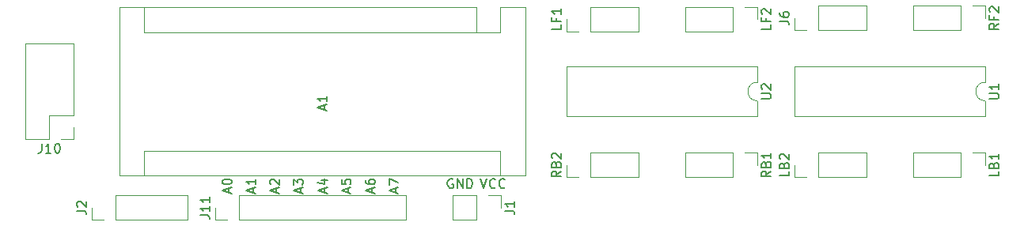
<source format=gbr>
%TF.GenerationSoftware,KiCad,Pcbnew,(5.1.6)-1*%
%TF.CreationDate,2020-11-13T23:51:03+05:30*%
%TF.ProjectId,Bot_Controller,426f745f-436f-46e7-9472-6f6c6c65722e,rev?*%
%TF.SameCoordinates,Original*%
%TF.FileFunction,Legend,Top*%
%TF.FilePolarity,Positive*%
%FSLAX46Y46*%
G04 Gerber Fmt 4.6, Leading zero omitted, Abs format (unit mm)*
G04 Created by KiCad (PCBNEW (5.1.6)-1) date 2020-11-13 23:51:03*
%MOMM*%
%LPD*%
G01*
G04 APERTURE LIST*
%ADD10C,0.150000*%
%ADD11C,0.120000*%
G04 APERTURE END LIST*
D10*
X75006295Y-43157520D02*
X74911057Y-43109900D01*
X74768200Y-43109900D01*
X74625342Y-43157520D01*
X74530104Y-43252758D01*
X74482485Y-43347996D01*
X74434866Y-43538472D01*
X74434866Y-43681329D01*
X74482485Y-43871805D01*
X74530104Y-43967043D01*
X74625342Y-44062281D01*
X74768200Y-44109900D01*
X74863438Y-44109900D01*
X75006295Y-44062281D01*
X75053914Y-44014662D01*
X75053914Y-43681329D01*
X74863438Y-43681329D01*
X75482485Y-44109900D02*
X75482485Y-43109900D01*
X76053914Y-44109900D01*
X76053914Y-43109900D01*
X76530104Y-44109900D02*
X76530104Y-43109900D01*
X76768200Y-43109900D01*
X76911057Y-43157520D01*
X77006295Y-43252758D01*
X77053914Y-43347996D01*
X77101533Y-43538472D01*
X77101533Y-43681329D01*
X77053914Y-43871805D01*
X77006295Y-43967043D01*
X76911057Y-44062281D01*
X76768200Y-44109900D01*
X76530104Y-44109900D01*
X77990866Y-43109900D02*
X78324200Y-44109900D01*
X78657533Y-43109900D01*
X79562295Y-44014662D02*
X79514676Y-44062281D01*
X79371819Y-44109900D01*
X79276580Y-44109900D01*
X79133723Y-44062281D01*
X79038485Y-43967043D01*
X78990866Y-43871805D01*
X78943247Y-43681329D01*
X78943247Y-43538472D01*
X78990866Y-43347996D01*
X79038485Y-43252758D01*
X79133723Y-43157520D01*
X79276580Y-43109900D01*
X79371819Y-43109900D01*
X79514676Y-43157520D01*
X79562295Y-43205139D01*
X80562295Y-44014662D02*
X80514676Y-44062281D01*
X80371819Y-44109900D01*
X80276580Y-44109900D01*
X80133723Y-44062281D01*
X80038485Y-43967043D01*
X79990866Y-43871805D01*
X79943247Y-43681329D01*
X79943247Y-43538472D01*
X79990866Y-43347996D01*
X80038485Y-43252758D01*
X80133723Y-43157520D01*
X80276580Y-43109900D01*
X80371819Y-43109900D01*
X80514676Y-43157520D01*
X80562295Y-43205139D01*
X68891446Y-44562305D02*
X68891446Y-44086115D01*
X69177160Y-44657543D02*
X68177160Y-44324210D01*
X69177160Y-43990877D01*
X68177160Y-43752781D02*
X68177160Y-43086115D01*
X69177160Y-43514686D01*
X66374306Y-44562305D02*
X66374306Y-44086115D01*
X66660020Y-44657543D02*
X65660020Y-44324210D01*
X66660020Y-43990877D01*
X65660020Y-43228972D02*
X65660020Y-43419448D01*
X65707640Y-43514686D01*
X65755259Y-43562305D01*
X65898116Y-43657543D01*
X66088592Y-43705162D01*
X66469544Y-43705162D01*
X66564782Y-43657543D01*
X66612401Y-43609924D01*
X66660020Y-43514686D01*
X66660020Y-43324210D01*
X66612401Y-43228972D01*
X66564782Y-43181353D01*
X66469544Y-43133734D01*
X66231449Y-43133734D01*
X66136211Y-43181353D01*
X66088592Y-43228972D01*
X66040973Y-43324210D01*
X66040973Y-43514686D01*
X66088592Y-43609924D01*
X66136211Y-43657543D01*
X66231449Y-43705162D01*
X63808906Y-44562305D02*
X63808906Y-44086115D01*
X64094620Y-44657543D02*
X63094620Y-44324210D01*
X64094620Y-43990877D01*
X63094620Y-43181353D02*
X63094620Y-43657543D01*
X63570811Y-43705162D01*
X63523192Y-43657543D01*
X63475573Y-43562305D01*
X63475573Y-43324210D01*
X63523192Y-43228972D01*
X63570811Y-43181353D01*
X63666049Y-43133734D01*
X63904144Y-43133734D01*
X63999382Y-43181353D01*
X64047001Y-43228972D01*
X64094620Y-43324210D01*
X64094620Y-43562305D01*
X64047001Y-43657543D01*
X63999382Y-43705162D01*
X61291766Y-44562305D02*
X61291766Y-44086115D01*
X61577480Y-44657543D02*
X60577480Y-44324210D01*
X61577480Y-43990877D01*
X60910814Y-43228972D02*
X61577480Y-43228972D01*
X60529861Y-43467067D02*
X61244147Y-43705162D01*
X61244147Y-43086115D01*
X58703506Y-44562305D02*
X58703506Y-44086115D01*
X58989220Y-44657543D02*
X57989220Y-44324210D01*
X58989220Y-43990877D01*
X57989220Y-43752781D02*
X57989220Y-43133734D01*
X58370173Y-43467067D01*
X58370173Y-43324210D01*
X58417792Y-43228972D01*
X58465411Y-43181353D01*
X58560649Y-43133734D01*
X58798744Y-43133734D01*
X58893982Y-43181353D01*
X58941601Y-43228972D01*
X58989220Y-43324210D01*
X58989220Y-43609924D01*
X58941601Y-43705162D01*
X58893982Y-43752781D01*
X56138106Y-44562305D02*
X56138106Y-44086115D01*
X56423820Y-44657543D02*
X55423820Y-44324210D01*
X56423820Y-43990877D01*
X55519059Y-43705162D02*
X55471440Y-43657543D01*
X55423820Y-43562305D01*
X55423820Y-43324210D01*
X55471440Y-43228972D01*
X55519059Y-43181353D01*
X55614297Y-43133734D01*
X55709535Y-43133734D01*
X55852392Y-43181353D01*
X56423820Y-43752781D01*
X56423820Y-43133734D01*
X53620966Y-44562305D02*
X53620966Y-44086115D01*
X53906680Y-44657543D02*
X52906680Y-44324210D01*
X53906680Y-43990877D01*
X53906680Y-43133734D02*
X53906680Y-43705162D01*
X53906680Y-43419448D02*
X52906680Y-43419448D01*
X53049538Y-43514686D01*
X53144776Y-43609924D01*
X53192395Y-43705162D01*
X51055566Y-44562305D02*
X51055566Y-44086115D01*
X51341280Y-44657543D02*
X50341280Y-44324210D01*
X51341280Y-43990877D01*
X50341280Y-43467067D02*
X50341280Y-43371829D01*
X50388900Y-43276591D01*
X50436519Y-43228972D01*
X50531757Y-43181353D01*
X50722233Y-43133734D01*
X50960328Y-43133734D01*
X51150804Y-43181353D01*
X51246042Y-43228972D01*
X51293661Y-43276591D01*
X51341280Y-43371829D01*
X51341280Y-43467067D01*
X51293661Y-43562305D01*
X51246042Y-43609924D01*
X51150804Y-43657543D01*
X50960328Y-43705162D01*
X50722233Y-43705162D01*
X50531757Y-43657543D01*
X50436519Y-43609924D01*
X50388900Y-43562305D01*
X50341280Y-43467067D01*
D11*
%TO.C,A1*%
X77546200Y-27401520D02*
X80086200Y-27401520D01*
X80086200Y-27401520D02*
X80086200Y-24731520D01*
X77546200Y-24731520D02*
X39316200Y-24731520D01*
X82756200Y-24731520D02*
X80086200Y-24731520D01*
X80086200Y-40101520D02*
X80086200Y-42771520D01*
X80086200Y-40101520D02*
X41986200Y-40101520D01*
X41986200Y-40101520D02*
X41986200Y-42771520D01*
X77546200Y-27401520D02*
X77546200Y-24731520D01*
X77546200Y-27401520D02*
X41986200Y-27401520D01*
X41986200Y-27401520D02*
X41986200Y-24731520D01*
X39316200Y-24731520D02*
X39316200Y-42771520D01*
X39316200Y-42771520D02*
X82756200Y-42771520D01*
X82756200Y-42771520D02*
X82756200Y-24731520D01*
%TO.C,J1*%
X74946200Y-44867520D02*
X74946200Y-47527520D01*
X77546200Y-44867520D02*
X74946200Y-44867520D01*
X77546200Y-47527520D02*
X74946200Y-47527520D01*
X77546200Y-44867520D02*
X77546200Y-47527520D01*
X78816200Y-44867520D02*
X80146200Y-44867520D01*
X80146200Y-44867520D02*
X80146200Y-46197520D01*
%TO.C,LF1*%
X94878200Y-27334520D02*
X94878200Y-24674520D01*
X89738200Y-27334520D02*
X94878200Y-27334520D01*
X89738200Y-24674520D02*
X94878200Y-24674520D01*
X89738200Y-27334520D02*
X89738200Y-24674520D01*
X88468200Y-27334520D02*
X87138200Y-27334520D01*
X87138200Y-27334520D02*
X87138200Y-26004520D01*
%TO.C,LF2*%
X99838200Y-24674520D02*
X99838200Y-27334520D01*
X104978200Y-24674520D02*
X99838200Y-24674520D01*
X104978200Y-27334520D02*
X99838200Y-27334520D01*
X104978200Y-24674520D02*
X104978200Y-27334520D01*
X106248200Y-24674520D02*
X107578200Y-24674520D01*
X107578200Y-24674520D02*
X107578200Y-26004520D01*
%TO.C,LB1*%
X124222200Y-40295520D02*
X124222200Y-42955520D01*
X129362200Y-40295520D02*
X124222200Y-40295520D01*
X129362200Y-42955520D02*
X124222200Y-42955520D01*
X129362200Y-40295520D02*
X129362200Y-42955520D01*
X130632200Y-40295520D02*
X131962200Y-40295520D01*
X131962200Y-40295520D02*
X131962200Y-41625520D01*
%TO.C,LB2*%
X119262200Y-42955520D02*
X119262200Y-40295520D01*
X114122200Y-42955520D02*
X119262200Y-42955520D01*
X114122200Y-40295520D02*
X119262200Y-40295520D01*
X114122200Y-42955520D02*
X114122200Y-40295520D01*
X112852200Y-42955520D02*
X111522200Y-42955520D01*
X111522200Y-42955520D02*
X111522200Y-41625520D01*
%TO.C,J6*%
X119262200Y-27207520D02*
X119262200Y-24547520D01*
X114122200Y-27207520D02*
X119262200Y-27207520D01*
X114122200Y-24547520D02*
X119262200Y-24547520D01*
X114122200Y-27207520D02*
X114122200Y-24547520D01*
X112852200Y-27207520D02*
X111522200Y-27207520D01*
X111522200Y-27207520D02*
X111522200Y-25877520D01*
%TO.C,RF2*%
X124222200Y-24547520D02*
X124222200Y-27207520D01*
X129362200Y-24547520D02*
X124222200Y-24547520D01*
X129362200Y-27207520D02*
X124222200Y-27207520D01*
X129362200Y-24547520D02*
X129362200Y-27207520D01*
X130632200Y-24547520D02*
X131962200Y-24547520D01*
X131962200Y-24547520D02*
X131962200Y-25877520D01*
%TO.C,RB1*%
X99838200Y-40295520D02*
X99838200Y-42955520D01*
X104978200Y-40295520D02*
X99838200Y-40295520D01*
X104978200Y-42955520D02*
X99838200Y-42955520D01*
X104978200Y-40295520D02*
X104978200Y-42955520D01*
X106248200Y-40295520D02*
X107578200Y-40295520D01*
X107578200Y-40295520D02*
X107578200Y-41625520D01*
%TO.C,RB2*%
X94878200Y-42955520D02*
X94878200Y-40295520D01*
X89738200Y-42955520D02*
X94878200Y-42955520D01*
X89738200Y-40295520D02*
X94878200Y-40295520D01*
X89738200Y-42955520D02*
X89738200Y-40295520D01*
X88468200Y-42955520D02*
X87138200Y-42955520D01*
X87138200Y-42955520D02*
X87138200Y-41625520D01*
%TO.C,J11*%
X69986200Y-47527520D02*
X69986200Y-44867520D01*
X52146200Y-47527520D02*
X69986200Y-47527520D01*
X52146200Y-44867520D02*
X69986200Y-44867520D01*
X52146200Y-47527520D02*
X52146200Y-44867520D01*
X50876200Y-47527520D02*
X49546200Y-47527520D01*
X49546200Y-47527520D02*
X49546200Y-46197520D01*
%TO.C,U1*%
X131962200Y-32751520D02*
X131962200Y-31101520D01*
X131962200Y-31101520D02*
X111522200Y-31101520D01*
X111522200Y-31101520D02*
X111522200Y-36401520D01*
X111522200Y-36401520D02*
X131962200Y-36401520D01*
X131962200Y-36401520D02*
X131962200Y-34751520D01*
X131962200Y-34751520D02*
G75*
G02*
X131962200Y-32751520I0J1000000D01*
G01*
%TO.C,U2*%
X107578200Y-32751520D02*
X107578200Y-31101520D01*
X107578200Y-31101520D02*
X87138200Y-31101520D01*
X87138200Y-31101520D02*
X87138200Y-36401520D01*
X87138200Y-36401520D02*
X107578200Y-36401520D01*
X107578200Y-36401520D02*
X107578200Y-34751520D01*
X107578200Y-34751520D02*
G75*
G02*
X107578200Y-32751520I0J1000000D01*
G01*
%TO.C,J10*%
X34426200Y-28611520D02*
X29226200Y-28611520D01*
X34426200Y-36291520D02*
X34426200Y-28611520D01*
X29226200Y-38891520D02*
X29226200Y-28611520D01*
X34426200Y-36291520D02*
X31826200Y-36291520D01*
X31826200Y-36291520D02*
X31826200Y-38891520D01*
X31826200Y-38891520D02*
X29226200Y-38891520D01*
X34426200Y-37561520D02*
X34426200Y-38891520D01*
X34426200Y-38891520D02*
X33096200Y-38891520D01*
%TO.C,J2*%
X36338200Y-47527520D02*
X36338200Y-46197520D01*
X37668200Y-47527520D02*
X36338200Y-47527520D01*
X38938200Y-47527520D02*
X38938200Y-44867520D01*
X38938200Y-44867520D02*
X46618200Y-44867520D01*
X38938200Y-47527520D02*
X46618200Y-47527520D01*
X46618200Y-47527520D02*
X46618200Y-44867520D01*
%TO.C,A1*%
D10*
X61251126Y-35685005D02*
X61251126Y-35208815D01*
X61536840Y-35780243D02*
X60536840Y-35446910D01*
X61536840Y-35113577D01*
X61536840Y-34256434D02*
X61536840Y-34827862D01*
X61536840Y-34542148D02*
X60536840Y-34542148D01*
X60679698Y-34637386D01*
X60774936Y-34732624D01*
X60822555Y-34827862D01*
%TO.C,J1*%
X80598580Y-46530853D02*
X81312866Y-46530853D01*
X81455723Y-46578472D01*
X81550961Y-46673710D01*
X81598580Y-46816567D01*
X81598580Y-46911805D01*
X81598580Y-45530853D02*
X81598580Y-46102281D01*
X81598580Y-45816567D02*
X80598580Y-45816567D01*
X80741438Y-45911805D01*
X80836676Y-46007043D01*
X80884295Y-46102281D01*
%TO.C,LF1*%
X86590580Y-26599758D02*
X86590580Y-27075948D01*
X85590580Y-27075948D01*
X86066771Y-25933091D02*
X86066771Y-26266424D01*
X86590580Y-26266424D02*
X85590580Y-26266424D01*
X85590580Y-25790234D01*
X86590580Y-24885472D02*
X86590580Y-25456900D01*
X86590580Y-25171186D02*
X85590580Y-25171186D01*
X85733438Y-25266424D01*
X85828676Y-25361662D01*
X85876295Y-25456900D01*
%TO.C,LF2*%
X109030580Y-26599758D02*
X109030580Y-27075948D01*
X108030580Y-27075948D01*
X108506771Y-25933091D02*
X108506771Y-26266424D01*
X109030580Y-26266424D02*
X108030580Y-26266424D01*
X108030580Y-25790234D01*
X108125819Y-25456900D02*
X108078200Y-25409281D01*
X108030580Y-25314043D01*
X108030580Y-25075948D01*
X108078200Y-24980710D01*
X108125819Y-24933091D01*
X108221057Y-24885472D01*
X108316295Y-24885472D01*
X108459152Y-24933091D01*
X109030580Y-25504520D01*
X109030580Y-24885472D01*
%TO.C,LB1*%
X133414580Y-42292186D02*
X133414580Y-42768377D01*
X132414580Y-42768377D01*
X132890771Y-41625520D02*
X132938390Y-41482662D01*
X132986009Y-41435043D01*
X133081247Y-41387424D01*
X133224104Y-41387424D01*
X133319342Y-41435043D01*
X133366961Y-41482662D01*
X133414580Y-41577900D01*
X133414580Y-41958853D01*
X132414580Y-41958853D01*
X132414580Y-41625520D01*
X132462200Y-41530281D01*
X132509819Y-41482662D01*
X132605057Y-41435043D01*
X132700295Y-41435043D01*
X132795533Y-41482662D01*
X132843152Y-41530281D01*
X132890771Y-41625520D01*
X132890771Y-41958853D01*
X133414580Y-40435043D02*
X133414580Y-41006472D01*
X133414580Y-40720758D02*
X132414580Y-40720758D01*
X132557438Y-40815996D01*
X132652676Y-40911234D01*
X132700295Y-41006472D01*
%TO.C,LB2*%
X110974580Y-42292186D02*
X110974580Y-42768377D01*
X109974580Y-42768377D01*
X110450771Y-41625520D02*
X110498390Y-41482662D01*
X110546009Y-41435043D01*
X110641247Y-41387424D01*
X110784104Y-41387424D01*
X110879342Y-41435043D01*
X110926961Y-41482662D01*
X110974580Y-41577900D01*
X110974580Y-41958853D01*
X109974580Y-41958853D01*
X109974580Y-41625520D01*
X110022200Y-41530281D01*
X110069819Y-41482662D01*
X110165057Y-41435043D01*
X110260295Y-41435043D01*
X110355533Y-41482662D01*
X110403152Y-41530281D01*
X110450771Y-41625520D01*
X110450771Y-41958853D01*
X110069819Y-41006472D02*
X110022200Y-40958853D01*
X109974580Y-40863615D01*
X109974580Y-40625520D01*
X110022200Y-40530281D01*
X110069819Y-40482662D01*
X110165057Y-40435043D01*
X110260295Y-40435043D01*
X110403152Y-40482662D01*
X110974580Y-41054091D01*
X110974580Y-40435043D01*
%TO.C,J6*%
X109974580Y-26210853D02*
X110688866Y-26210853D01*
X110831723Y-26258472D01*
X110926961Y-26353710D01*
X110974580Y-26496567D01*
X110974580Y-26591805D01*
X109974580Y-25306091D02*
X109974580Y-25496567D01*
X110022200Y-25591805D01*
X110069819Y-25639424D01*
X110212676Y-25734662D01*
X110403152Y-25782281D01*
X110784104Y-25782281D01*
X110879342Y-25734662D01*
X110926961Y-25687043D01*
X110974580Y-25591805D01*
X110974580Y-25401329D01*
X110926961Y-25306091D01*
X110879342Y-25258472D01*
X110784104Y-25210853D01*
X110546009Y-25210853D01*
X110450771Y-25258472D01*
X110403152Y-25306091D01*
X110355533Y-25401329D01*
X110355533Y-25591805D01*
X110403152Y-25687043D01*
X110450771Y-25734662D01*
X110546009Y-25782281D01*
%TO.C,RF2*%
X133414580Y-26472758D02*
X132938390Y-26806091D01*
X133414580Y-27044186D02*
X132414580Y-27044186D01*
X132414580Y-26663234D01*
X132462200Y-26567996D01*
X132509819Y-26520377D01*
X132605057Y-26472758D01*
X132747914Y-26472758D01*
X132843152Y-26520377D01*
X132890771Y-26567996D01*
X132938390Y-26663234D01*
X132938390Y-27044186D01*
X132890771Y-25710853D02*
X132890771Y-26044186D01*
X133414580Y-26044186D02*
X132414580Y-26044186D01*
X132414580Y-25567996D01*
X132509819Y-25234662D02*
X132462200Y-25187043D01*
X132414580Y-25091805D01*
X132414580Y-24853710D01*
X132462200Y-24758472D01*
X132509819Y-24710853D01*
X132605057Y-24663234D01*
X132700295Y-24663234D01*
X132843152Y-24710853D01*
X133414580Y-25282281D01*
X133414580Y-24663234D01*
%TO.C,RB1*%
X109030580Y-42292186D02*
X108554390Y-42625520D01*
X109030580Y-42863615D02*
X108030580Y-42863615D01*
X108030580Y-42482662D01*
X108078200Y-42387424D01*
X108125819Y-42339805D01*
X108221057Y-42292186D01*
X108363914Y-42292186D01*
X108459152Y-42339805D01*
X108506771Y-42387424D01*
X108554390Y-42482662D01*
X108554390Y-42863615D01*
X108506771Y-41530281D02*
X108554390Y-41387424D01*
X108602009Y-41339805D01*
X108697247Y-41292186D01*
X108840104Y-41292186D01*
X108935342Y-41339805D01*
X108982961Y-41387424D01*
X109030580Y-41482662D01*
X109030580Y-41863615D01*
X108030580Y-41863615D01*
X108030580Y-41530281D01*
X108078200Y-41435043D01*
X108125819Y-41387424D01*
X108221057Y-41339805D01*
X108316295Y-41339805D01*
X108411533Y-41387424D01*
X108459152Y-41435043D01*
X108506771Y-41530281D01*
X108506771Y-41863615D01*
X109030580Y-40339805D02*
X109030580Y-40911234D01*
X109030580Y-40625520D02*
X108030580Y-40625520D01*
X108173438Y-40720758D01*
X108268676Y-40815996D01*
X108316295Y-40911234D01*
%TO.C,RB2*%
X86590580Y-42292186D02*
X86114390Y-42625520D01*
X86590580Y-42863615D02*
X85590580Y-42863615D01*
X85590580Y-42482662D01*
X85638200Y-42387424D01*
X85685819Y-42339805D01*
X85781057Y-42292186D01*
X85923914Y-42292186D01*
X86019152Y-42339805D01*
X86066771Y-42387424D01*
X86114390Y-42482662D01*
X86114390Y-42863615D01*
X86066771Y-41530281D02*
X86114390Y-41387424D01*
X86162009Y-41339805D01*
X86257247Y-41292186D01*
X86400104Y-41292186D01*
X86495342Y-41339805D01*
X86542961Y-41387424D01*
X86590580Y-41482662D01*
X86590580Y-41863615D01*
X85590580Y-41863615D01*
X85590580Y-41530281D01*
X85638200Y-41435043D01*
X85685819Y-41387424D01*
X85781057Y-41339805D01*
X85876295Y-41339805D01*
X85971533Y-41387424D01*
X86019152Y-41435043D01*
X86066771Y-41530281D01*
X86066771Y-41863615D01*
X85685819Y-40911234D02*
X85638200Y-40863615D01*
X85590580Y-40768377D01*
X85590580Y-40530281D01*
X85638200Y-40435043D01*
X85685819Y-40387424D01*
X85781057Y-40339805D01*
X85876295Y-40339805D01*
X86019152Y-40387424D01*
X86590580Y-40958853D01*
X86590580Y-40339805D01*
%TO.C,J11*%
X47998580Y-47007043D02*
X48712866Y-47007043D01*
X48855723Y-47054662D01*
X48950961Y-47149900D01*
X48998580Y-47292758D01*
X48998580Y-47387996D01*
X48998580Y-46007043D02*
X48998580Y-46578472D01*
X48998580Y-46292758D02*
X47998580Y-46292758D01*
X48141438Y-46387996D01*
X48236676Y-46483234D01*
X48284295Y-46578472D01*
X48998580Y-45054662D02*
X48998580Y-45626091D01*
X48998580Y-45340377D02*
X47998580Y-45340377D01*
X48141438Y-45435615D01*
X48236676Y-45530853D01*
X48284295Y-45626091D01*
%TO.C,U1*%
X132414580Y-34513424D02*
X133224104Y-34513424D01*
X133319342Y-34465805D01*
X133366961Y-34418186D01*
X133414580Y-34322948D01*
X133414580Y-34132472D01*
X133366961Y-34037234D01*
X133319342Y-33989615D01*
X133224104Y-33941996D01*
X132414580Y-33941996D01*
X133414580Y-32941996D02*
X133414580Y-33513424D01*
X133414580Y-33227710D02*
X132414580Y-33227710D01*
X132557438Y-33322948D01*
X132652676Y-33418186D01*
X132700295Y-33513424D01*
%TO.C,U2*%
X108030580Y-34513424D02*
X108840104Y-34513424D01*
X108935342Y-34465805D01*
X108982961Y-34418186D01*
X109030580Y-34322948D01*
X109030580Y-34132472D01*
X108982961Y-34037234D01*
X108935342Y-33989615D01*
X108840104Y-33941996D01*
X108030580Y-33941996D01*
X108125819Y-33513424D02*
X108078200Y-33465805D01*
X108030580Y-33370567D01*
X108030580Y-33132472D01*
X108078200Y-33037234D01*
X108125819Y-32989615D01*
X108221057Y-32941996D01*
X108316295Y-32941996D01*
X108459152Y-32989615D01*
X109030580Y-33561043D01*
X109030580Y-32941996D01*
%TO.C,J10*%
X31016676Y-39343900D02*
X31016676Y-40058186D01*
X30969057Y-40201043D01*
X30873819Y-40296281D01*
X30730961Y-40343900D01*
X30635723Y-40343900D01*
X32016676Y-40343900D02*
X31445247Y-40343900D01*
X31730961Y-40343900D02*
X31730961Y-39343900D01*
X31635723Y-39486758D01*
X31540485Y-39581996D01*
X31445247Y-39629615D01*
X32635723Y-39343900D02*
X32730961Y-39343900D01*
X32826200Y-39391520D01*
X32873819Y-39439139D01*
X32921438Y-39534377D01*
X32969057Y-39724853D01*
X32969057Y-39962948D01*
X32921438Y-40153424D01*
X32873819Y-40248662D01*
X32826200Y-40296281D01*
X32730961Y-40343900D01*
X32635723Y-40343900D01*
X32540485Y-40296281D01*
X32492866Y-40248662D01*
X32445247Y-40153424D01*
X32397628Y-39962948D01*
X32397628Y-39724853D01*
X32445247Y-39534377D01*
X32492866Y-39439139D01*
X32540485Y-39391520D01*
X32635723Y-39343900D01*
%TO.C,J2*%
X34790580Y-46530853D02*
X35504866Y-46530853D01*
X35647723Y-46578472D01*
X35742961Y-46673710D01*
X35790580Y-46816567D01*
X35790580Y-46911805D01*
X34885819Y-46102281D02*
X34838200Y-46054662D01*
X34790580Y-45959424D01*
X34790580Y-45721329D01*
X34838200Y-45626091D01*
X34885819Y-45578472D01*
X34981057Y-45530853D01*
X35076295Y-45530853D01*
X35219152Y-45578472D01*
X35790580Y-46149900D01*
X35790580Y-45530853D01*
%TD*%
M02*

</source>
